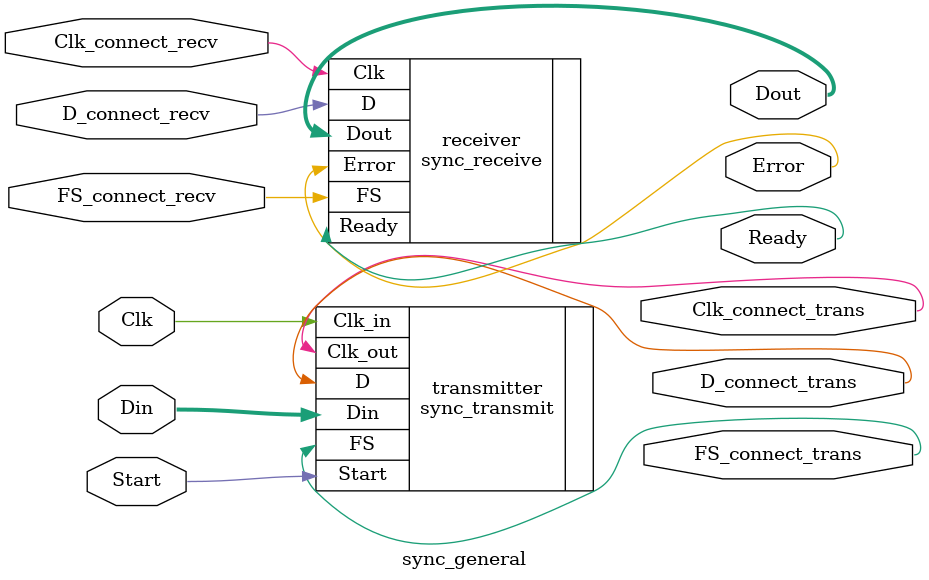
<source format=v>
module sync_general(Clk, Din, Start, Dout, Ready, Error,
	Clk_connect_trans, D_connect_trans, FS_connect_trans,
	Clk_connect_recv, D_connect_recv, FS_connect_recv);
parameter data_bits = 6;
input Clk, Start;
input [data_bits-1:0] Din;
output Ready, Error;
output [data_bits-1:0] Dout;

output Clk_connect_trans, D_connect_trans, FS_connect_trans;
input Clk_connect_recv, D_connect_recv, FS_connect_recv;

sync_transmit transmitter(.Clk_in(Clk), .Din(Din), .Start(Start),
	.Clk_out(Clk_connect_trans), .D(D_connect_trans), .FS(FS_connect_trans));
sync_receive receiver(.Clk(Clk_connect_recv), .D(D_connect_recv), .FS(FS_connect_recv),
	.Dout(Dout), .Ready(Ready), .Error(Error));

endmodule
</source>
